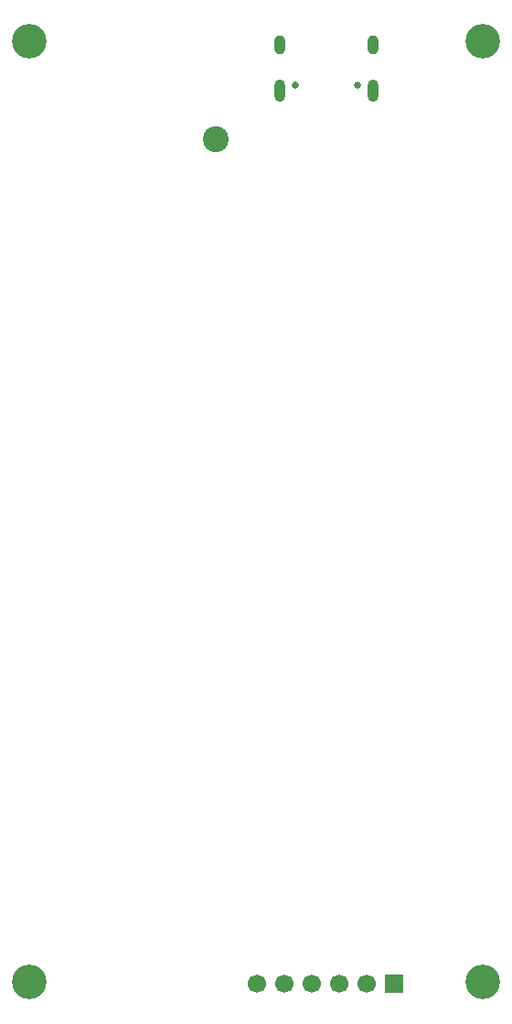
<source format=gbr>
%TF.GenerationSoftware,KiCad,Pcbnew,9.0.0*%
%TF.CreationDate,2025-03-30T15:54:25+03:00*%
%TF.ProjectId,pcb_licenta,7063625f-6c69-4636-956e-74612e6b6963,rev?*%
%TF.SameCoordinates,Original*%
%TF.FileFunction,Soldermask,Bot*%
%TF.FilePolarity,Negative*%
%FSLAX46Y46*%
G04 Gerber Fmt 4.6, Leading zero omitted, Abs format (unit mm)*
G04 Created by KiCad (PCBNEW 9.0.0) date 2025-03-30 15:54:25*
%MOMM*%
%LPD*%
G01*
G04 APERTURE LIST*
%ADD10O,1.000000X1.800000*%
%ADD11O,1.000000X2.100000*%
%ADD12C,0.650000*%
%ADD13C,2.400000*%
%ADD14C,3.200000*%
%ADD15R,1.700000X1.700000*%
%ADD16C,1.700000*%
G04 APERTURE END LIST*
D10*
%TO.C,J1*%
X103170000Y-42360000D03*
D11*
X103170000Y-46560000D03*
D10*
X111810000Y-42360000D03*
D11*
X111810000Y-46560000D03*
D12*
X104600000Y-46040000D03*
X110380000Y-46040000D03*
%TD*%
D13*
%TO.C,BT1*%
X97270000Y-51050000D03*
%TD*%
D14*
%TO.C,H2*%
X80000000Y-42000000D03*
%TD*%
%TO.C,H3*%
X122000000Y-42000000D03*
%TD*%
%TO.C,H4*%
X122000000Y-129000000D03*
%TD*%
%TO.C,H5*%
X80000000Y-129000000D03*
%TD*%
D15*
%TO.C,H1*%
X113790000Y-129160000D03*
D16*
X111250000Y-129160000D03*
X108710000Y-129160000D03*
X106170000Y-129160000D03*
X103630000Y-129160000D03*
X101090000Y-129160000D03*
%TD*%
M02*

</source>
